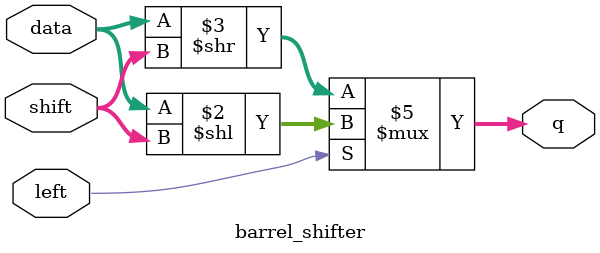
<source format=v>
`timescale 1ns / 1ps


module barrel_shifter #(parameter K = 8)(
    input [K-1:0] data,
    input [$clog2(K) - 1 : 0] shift,
    input left,
    output reg [K-1 : 0] q
    );
    always @(*) begin
        if (left)
            q = data << shift;
        else
            q = data >> shift;
    end
endmodule

</source>
